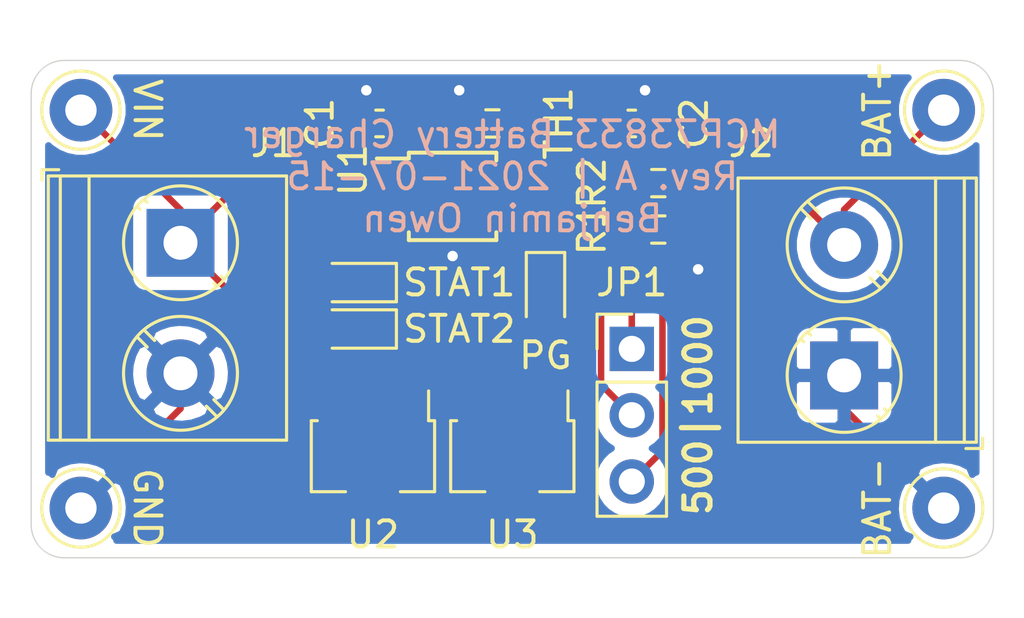
<source format=kicad_pcb>
(kicad_pcb (version 20211014) (generator pcbnew)
  (title_block (title "MCP73833 Battery Charger") (date "2021-07-15") (rev "A") (company "Ben's Universe Electronics") (comment 1 "Benjamin Owen"))
  (layers (0 "F.Cu" signal) (31 "B.Cu" signal) (34 "B.Paste" user) (35 "F.Paste" user) (36 "B.SilkS" user "B.Silkscreen") (37 "F.SilkS" user "F.Silkscreen") (38 "B.Mask" user) (39 "F.Mask" user) (44 "Edge.Cuts" user))
  (net 0 "")
  (net 1 "GND")
  (net 2 "VIN")
  (net 3 "VOUT")
  (net 4 "Net-(JP1-Pad3)")
  (net 5 "Net-(JP1-Pad2)")
  (net 6 "Net-(JP1-Pad1)")
  (net 7 "Net-(LED1-Pad2)")
  (net 8 "Net-(LED1-Pad1)")
  (net 9 "Net-(LED2-Pad1)")
  (net 10 "Net-(LED3-Pad2)")
  (net 11 "Net-(LED3-Pad1)")
  (net 12 "Net-(TH1-Pad2)")
  (net 13 "Net-(U2-Pad3)")
  (net 14 "Net-(U3-Pad3)")
  (footprint "Capacitor_SMD:C_0603_1608Metric_Pad1.08x0.95mm_HandSolder" (layer "F.Cu") (at 136.652 92.964 180)
    (fp_text reference "C1" (at 2.286 0 270) (layer "F.SilkS"))
    (fp_text value "1uF")
    (fp_line (start -0.146267 0.51) (end 0.146267 0.51) (layer "F.SilkS") (width 0.12))
    (fp_line (start -0.146267 -0.51) (end 0.146267 -0.51) (layer "F.SilkS") (width 0.12))
    (pad "1" smd roundrect locked (at -0.8625 0 180) (size 1.075 0.95) (layers "F.Cu" "F.Paste" "F.Mask") (net 2 "VIN"))
    (pad "2" smd roundrect locked (at 0.8625 0 180) (size 1.075 0.95) (layers "F.Cu" "F.Paste" "F.Mask") (net 1 "GND"))
  )
  (footprint "TerminalBlock_Phoenix:TerminalBlock_Phoenix_PT-1,5-2-5.0-H_1x02_P5.00mm_Horizontal" (layer "F.Cu") (at 129.032 97.536 -90)
    (fp_text reference "J1" (at -3.81 -3.556 180) (layer "F.SilkS"))
    (fp_text value "Screw terminal")
    (fp_line (start -2.56 4.6) (end 7.56 4.6) (layer "F.SilkS") (width 0.12))
    (fp_line (start -1.548 1.281) (end -1.654 1.388) (layer "F.SilkS") (width 0.12))
    (fp_line (start -2.56 -4.06) (end -2.56 5.06) (layer "F.SilkS") (width 0.12))
    (fp_line (start 7.56 -4.06) (end 7.56 5.06) (layer "F.SilkS") (width 0.12))
    (fp_line (start -2.56 5.06) (end 7.56 5.06) (layer "F.SilkS") (width 0.12))
    (fp_line (start 3.742 0.992) (end 3.347 1.388) (layer "F.SilkS") (width 0.12))
    (fp_line (start -2.56 -4.06) (end 7.56 -4.06) (layer "F.SilkS") (width 0.12))
    (fp_line (start -2.8 5.3) (end -2.4 5.3) (layer "F.SilkS") (width 0.12))
    (fp_line (start 1.388 -1.654) (end 1.281 -1.547) (layer "F.SilkS") (width 0.12))
    (fp_line (start 6.654 -1.388) (end 6.259 -0.992) (layer "F.SilkS") (width 0.12))
    (fp_line (start -2.8 4.66) (end -2.8 5.3) (layer "F.SilkS") (width 0.12))
    (fp_line (start 6.388 -1.654) (end 6.008 -1.274) (layer "F.SilkS") (width 0.12))
    (fp_line (start -1.282 1.547) (end -1.388 1.654) (layer "F.SilkS") (width 0.12))
    (fp_line (start 1.654 -1.388) (end 1.547 -1.281) (layer "F.SilkS") (width 0.12))
    (fp_line (start -2.56 3.5) (end 7.56 3.5) (layer "F.SilkS") (width 0.12))
    (fp_line (start 3.993 1.274) (end 3.613 1.654) (layer "F.SilkS") (width 0.12))
    (fp_circle (center 5 0) (end 7.18 0) (layer "F.SilkS") (width 0.12) (fill none))
    (fp_circle (center 0 0) (end 2.18 0) (layer "F.SilkS") (width 0.12) (fill none))
    (pad "1" thru_hole rect locked (at 0 0 270) (size 2.6 2.6) (drill 1.3) (layers *.Cu *.Mask) (net 2 "VIN"))
    (pad "2" thru_hole circle locked (at 5 0 270) (size 2.6 2.6) (drill 1.3) (layers *.Cu *.Mask) (net 1 "GND"))
  )
  (footprint "Connector_Pin:Pin_D1.0mm_L10.0mm_LooseFit" (layer "F.Cu") (at 125.222 92.456 90)
    (fp_text reference "VIN" (at 0 2.54 270 unlocked) (layer "F.SilkS"))
    (fp_text value "Pin header")
    (fp_circle (center 0 0) (end 1.5 0.05) (layer "F.SilkS") (width 0.12) (fill none))
    (pad "1" thru_hole circle locked (at 0 0 90) (size 2.4 2.4) (drill 1.2) (layers *.Cu *.Mask) (net 2 "VIN"))
  )
  (footprint "Connector_Pin:Pin_D1.0mm_L10.0mm_LooseFit" (layer "F.Cu") (at 125.222 107.696 90)
    (fp_text reference "GND" (at 0 2.54 270 unlocked) (layer "F.SilkS"))
    (fp_text value "Pin header")
    (fp_circle (center 0 0) (end 1.5 0.05) (layer "F.SilkS") (width 0.12) (fill none))
    (pad "1" thru_hole circle locked (at 0 0 90) (size 2.4 2.4) (drill 1.2) (layers *.Cu *.Mask) (net 1 "GND"))
  )
  (footprint "Connector_Pin:Pin_D1.0mm_L10.0mm_LooseFit" (layer "F.Cu") (at 158.242 92.456 -90)
    (fp_text reference "BAT+" (at 0 2.54 90) (layer "F.SilkS"))
    (fp_text value "Pin header")
    (fp_circle (center 0 0) (end 1.5 0.05) (layer "F.SilkS") (width 0.12) (fill none))
    (pad "1" thru_hole circle locked (at 0 0 270) (size 2.4 2.4) (drill 1.2) (layers *.Cu *.Mask) (net 3 "VOUT"))
  )
  (footprint "Connector_Pin:Pin_D1.0mm_L10.0mm_LooseFit" (layer "F.Cu") (at 158.242 107.696 -90)
    (fp_text reference "BAT-" (at 0 2.54 90) (layer "F.SilkS"))
    (fp_text value "Pin header")
    (fp_circle (center 0 0) (end 1.5 0.05) (layer "F.SilkS") (width 0.12) (fill none))
    (pad "1" thru_hole circle locked (at 0 0 270) (size 2.4 2.4) (drill 1.2) (layers *.Cu *.Mask) (net 1 "GND"))
  )
  (footprint "Connector_PinHeader_2.54mm:PinHeader_1x03_P2.54mm_Vertical" (layer "F.Cu") (at 146.304 101.6)
    (fp_text reference "JP1" (at 0 -2.54) (layer "F.SilkS"))
    (fp_text value "ISEL")
    (fp_line (start 1.33 1.27) (end 1.33 6.41) (layer "F.SilkS") (width 0.12))
    (fp_line (start -1.33 -1.33) (end 0 -1.33) (layer "F.SilkS") (width 0.12))
    (fp_line (start -1.33 6.41) (end 1.33 6.41) (layer "F.SilkS") (width 0.12))
    (fp_line (start -1.33 1.27) (end -1.33 6.41) (layer "F.SilkS") (width 0.12))
    (fp_line (start -1.33 0) (end -1.33 -1.33) (layer "F.SilkS") (width 0.12))
    (fp_line (start -1.33 1.27) (end 1.33 1.27) (layer "F.SilkS") (width 0.12))
    (pad "1" thru_hole rect locked (at 0 0) (size 1.7 1.7) (drill 1) (layers *.Cu *.Mask) (net 6 "Net-(JP1-Pad1)"))
    (pad "2" thru_hole oval locked (at 0 2.54) (size 1.7 1.7) (drill 1) (layers *.Cu *.Mask) (net 5 "Net-(JP1-Pad2)"))
    (pad "3" thru_hole oval locked (at 0 5.08) (size 1.7 1.7) (drill 1) (layers *.Cu *.Mask) (net 4 "Net-(JP1-Pad3)"))
  )
  (footprint "LED_SMD:LED_0603_1608Metric_Pad1.05x0.95mm_HandSolder" (layer "F.Cu") (at 135.636 99.06 180)
    (fp_text reference "STAT1" (at -4.064 0 180) (layer "F.SilkS"))
    (fp_text value "RED")
    (fp_line (start -1.66 -0.735) (end -1.66 0.735) (layer "F.SilkS") (width 0.12))
    (fp_line (start 0.8 -0.735) (end -1.66 -0.735) (layer "F.SilkS") (width 0.12))
    (fp_line (start -1.66 0.735) (end 0.8 0.735) (layer "F.SilkS") (width 0.12))
    (pad "1" smd roundrect locked (at -0.875 0 180) (size 1.05 0.95) (layers "F.Cu" "F.Paste" "F.Mask") (net 8 "Net-(LED1-Pad1)"))
    (pad "2" smd roundrect locked (at 0.875 0 180) (size 1.05 0.95) (layers "F.Cu" "F.Paste" "F.Mask") (net 7 "Net-(LED1-Pad2)"))
  )
  (footprint "LED_SMD:LED_0603_1608Metric_Pad1.05x0.95mm_HandSolder" (layer "F.Cu") (at 135.636 100.838 180)
    (fp_text reference "STAT2" (at -4.064 0) (layer "F.SilkS"))
    (fp_text value "GREEN")
    (fp_line (start -1.66 -0.735) (end -1.66 0.735) (layer "F.SilkS") (width 0.12))
    (fp_line (start 0.8 -0.735) (end -1.66 -0.735) (layer "F.SilkS") (width 0.12))
    (fp_line (start -1.66 0.735) (end 0.8 0.735) (layer "F.SilkS") (width 0.12))
    (pad "1" smd roundrect locked (at -0.875 0 180) (size 1.05 0.95) (layers "F.Cu" "F.Paste" "F.Mask") (net 9 "Net-(LED2-Pad1)"))
    (pad "2" smd roundrect locked (at 0.875 0 180) (size 1.05 0.95) (layers "F.Cu" "F.Paste" "F.Mask") (net 7 "Net-(LED1-Pad2)"))
  )
  (footprint "LED_SMD:LED_0603_1608Metric_Pad1.05x0.95mm_HandSolder" (layer "F.Cu") (at 143.002 99.568 -90)
    (fp_text reference "PG" (at 2.286 0 180) (layer "F.SilkS"))
    (fp_text value "GREEN")
    (fp_line (start 0.8 -0.735) (end -1.66 -0.735) (layer "F.SilkS") (width 0.12))
    (fp_line (start -1.66 -0.735) (end -1.66 0.735) (layer "F.SilkS") (width 0.12))
    (fp_line (start -1.66 0.735) (end 0.8 0.735) (layer "F.SilkS") (width 0.12))
    (pad "1" smd roundrect locked (at -0.875 0 270) (size 1.05 0.95) (layers "F.Cu" "F.Paste" "F.Mask") (net 11 "Net-(LED3-Pad1)"))
    (pad "2" smd roundrect locked (at 0.875 0 270) (size 1.05 0.95) (layers "F.Cu" "F.Paste" "F.Mask") (net 10 "Net-(LED3-Pad2)"))
  )
  (footprint "Resistor_SMD:R_0603_1608Metric_Pad0.98x0.95mm_HandSolder" (layer "F.Cu") (at 147.32 97.028)
    (fp_text reference "R1" (at -2.54 0 270) (layer "F.SilkS"))
    (fp_text value "1K")
    (fp_line (start -0.254724 0.5225) (end 0.254724 0.5225) (layer "F.SilkS") (width 0.12))
    (fp_line (start -0.254724 -0.5225) (end 0.254724 -0.5225) (layer "F.SilkS") (width 0.12))
    (pad "1" smd roundrect locked (at -0.9125 0) (size 0.975 0.95) (layers "F.Cu" "F.Paste" "F.Mask") (net 6 "Net-(JP1-Pad1)"))
    (pad "2" smd roundrect locked (at 0.9125 0) (size 0.975 0.95) (layers "F.Cu" "F.Paste" "F.Mask") (net 1 "GND"))
  )
  (footprint "Resistor_SMD:R_0603_1608Metric_Pad0.98x0.95mm_HandSolder" (layer "F.Cu") (at 147.32 95.25)
    (fp_text reference "R2" (at -2.54 0 270) (layer "F.SilkS"))
    (fp_text value "2K")
    (fp_line (start -0.254724 -0.5225) (end 0.254724 -0.5225) (layer "F.SilkS") (width 0.12))
    (fp_line (start -0.254724 0.5225) (end 0.254724 0.5225) (layer "F.SilkS") (width 0.12))
    (pad "1" smd roundrect locked (at -0.9125 0) (size 0.975 0.95) (layers "F.Cu" "F.Paste" "F.Mask") (net 4 "Net-(JP1-Pad3)"))
    (pad "2" smd roundrect locked (at 0.9125 0) (size 0.975 0.95) (layers "F.Cu" "F.Paste" "F.Mask") (net 1 "GND"))
  )
  (footprint "Resistor_SMD:R_0603_1608Metric_Pad0.98x0.95mm_HandSolder" (layer "F.Cu") (at 140.97 92.964)
    (fp_text reference "TH1" (at 2.54 0 270) (layer "F.SilkS"))
    (fp_text value "10K")
    (fp_line (start -0.254724 0.5225) (end 0.254724 0.5225) (layer "F.SilkS") (width 0.12))
    (fp_line (start -0.254724 -0.5225) (end 0.254724 -0.5225) (layer "F.SilkS") (width 0.12))
    (pad "1" smd roundrect locked (at -0.9125 0) (size 0.975 0.95) (layers "F.Cu" "F.Paste" "F.Mask") (net 1 "GND"))
    (pad "2" smd roundrect locked (at 0.9125 0) (size 0.975 0.95) (layers "F.Cu" "F.Paste" "F.Mask") (net 12 "Net-(TH1-Pad2)"))
  )
  (footprint "Package_SO:MSOP-10_3x3mm_P0.5mm" (layer "F.Cu") (at 139.446 95.758)
    (fp_text reference "U1" (at -3.81 -1.016 90) (layer "F.SilkS"))
    (fp_text value "MCP73833")
    (fp_line (start 1.675 1.675) (end 1.675 1.375) (layer "F.SilkS") (width 0.15))
    (fp_line (start -1.675 -1.45) (end -2.9 -1.45) (layer "F.SilkS") (width 0.15))
    (fp_line (start 1.675 -1.675) (end 1.675 -1.375) (layer "F.SilkS") (width 0.15))
    (fp_line (start -1.675 1.675) (end -1.675 1.375) (layer "F.SilkS") (width 0.15))
    (fp_line (start -1.675 -1.675) (end 1.675 -1.675) (layer "F.SilkS") (width 0.15))
    (fp_line (start -1.675 1.675) (end 1.675 1.675) (layer "F.SilkS") (width 0.15))
    (fp_line (start -1.675 -1.675) (end -1.675 -1.45) (layer "F.SilkS") (width 0.15))
    (pad "1" smd rect locked (at -2.2 -1) (size 1.4 0.3) (layers "F.Cu" "F.Paste" "F.Mask") (net 2 "VIN"))
    (pad "2" smd rect locked (at -2.2 -0.5) (size 1.4 0.3) (layers "F.Cu" "F.Paste" "F.Mask") (net 2 "VIN"))
    (pad "3" smd rect locked (at -2.2 0) (size 1.4 0.3) (layers "F.Cu" "F.Paste" "F.Mask") (net 8 "Net-(LED1-Pad1)"))
    (pad "4" smd rect locked (at -2.2 0.5) (size 1.4 0.3) (layers "F.Cu" "F.Paste" "F.Mask") (net 9 "Net-(LED2-Pad1)"))
    (pad "5" smd rect locked (at -2.2 1) (size 1.4 0.3) (layers "F.Cu" "F.Paste" "F.Mask") (net 1 "GND"))
    (pad "6" smd rect locked (at 2.2 1) (size 1.4 0.3) (layers "F.Cu" "F.Paste" "F.Mask") (net 5 "Net-(JP1-Pad2)"))
    (pad "7" smd rect locked (at 2.2 0.5) (size 1.4 0.3) (layers "F.Cu" "F.Paste" "F.Mask") (net 11 "Net-(LED3-Pad1)"))
    (pad "8" smd rect locked (at 2.2 0) (size 1.4 0.3) (layers "F.Cu" "F.Paste" "F.Mask") (net 12 "Net-(TH1-Pad2)"))
    (pad "9" smd rect locked (at 2.2 -0.5) (size 1.4 0.3) (layers "F.Cu" "F.Paste" "F.Mask") (net 3 "VOUT"))
    (pad "10" smd rect locked (at 2.2 -1) (size 1.4 0.3) (layers "F.Cu" "F.Paste" "F.Mask") (net 3 "VOUT"))
  )
  (footprint "Package_TO_SOT_SMD:SOT-89-3" (layer "F.Cu") (at 136.398 105.41 -90)
    (fp_text reference "U2" (at 3.302 0) (layer "F.SilkS"))
    (fp_text value "CL2N8-G")
    (fp_line (start -1.06 2.36) (end -1.06 2.13) (layer "F.SilkS") (width 0.12))
    (fp_line (start -1.06 -2.36) (end -1.06 -2.13) (layer "F.SilkS") (width 0.12))
    (fp_line (start -2.2 -2.13) (end -1.06 -2.13) (layer "F.SilkS") (width 0.12))
    (fp_line (start 1.66 1.05) (end 1.66 2.36) (layer "F.SilkS") (width 0.12))
    (fp_line (start 1.66 2.36) (end -1.06 2.36) (layer "F.SilkS") (width 0.12))
    (fp_line (start 1.66 -2.36) (end 1.66 -1.05) (layer "F.SilkS") (width 0.12))
    (fp_line (start -1.06 -2.36) (end 1.66 -2.36) (layer "F.SilkS") (width 0.12))
    (pad "1" smd rect locked (at -1.65 -1.5 270) (size 1.3 0.9) (layers "F.Cu" "F.Paste" "F.Mask") (net 7 "Net-(LED1-Pad2)"))
    (pad "2" smd custom locked (at -1.5625 0 270) (size 1.475 0.9) (layers "F.Cu" "F.Paste" "F.Mask") (net 2 "VIN") (options (clearance outline) (anchor rect)) (primitives (gr_poly (pts (xy 3.8625 0.8665) (xy 0.7375 0.8665) (xy 0.7375 -0.8665) (xy 3.8625 -0.8665)) (width 0) (fill yes))))
    (pad "3" smd rect locked (at -1.65 1.5 270) (size 1.3 0.9) (layers "F.Cu" "F.Paste" "F.Mask") (net 13 "Net-(U2-Pad3)"))
  )
  (footprint "Package_TO_SOT_SMD:SOT-89-3" (layer "F.Cu") (at 141.732 105.41 -90)
    (fp_text reference "U3" (at 3.302 0) (layer "F.SilkS"))
    (fp_text value "CL2N8-G")
    (fp_line (start -1.06 2.36) (end -1.06 2.13) (layer "F.SilkS") (width 0.12))
    (fp_line (start -2.2 -2.13) (end -1.06 -2.13) (layer "F.SilkS") (width 0.12))
    (fp_line (start -1.06 -2.36) (end 1.66 -2.36) (layer "F.SilkS") (width 0.12))
    (fp_line (start 1.66 2.36) (end -1.06 2.36) (layer "F.SilkS") (width 0.12))
    (fp_line (start 1.66 1.05) (end 1.66 2.36) (layer "F.SilkS") (width 0.12))
    (fp_line (start 1.66 -2.36) (end 1.66 -1.05) (layer "F.SilkS") (width 0.12))
    (fp_line (start -1.06 -2.36) (end -1.06 -2.13) (layer "F.SilkS") (width 0.12))
    (pad "1" smd rect locked (at -1.65 -1.5 270) (size 1.3 0.9) (layers "F.Cu" "F.Paste" "F.Mask") (net 10 "Net-(LED3-Pad2)"))
    (pad "2" smd custom locked (at -1.5625 0 270) (size 1.475 0.9) (layers "F.Cu" "F.Paste" "F.Mask") (net 2 "VIN") (options (clearance outline) (anchor rect)) (primitives (gr_poly (pts (xy 3.8625 0.8665) (xy 0.7375 0.8665) (xy 0.7375 -0.8665) (xy 3.8625 -0.8665)) (width 0) (fill yes))))
    (pad "3" smd rect locked (at -1.65 1.5 270) (size 1.3 0.9) (layers "F.Cu" "F.Paste" "F.Mask") (net 14 "Net-(U3-Pad3)"))
  )
  (footprint "Capacitor_SMD:C_0603_1608Metric_Pad1.08x0.95mm_HandSolder" (layer "F.Cu") (at 146.304 92.964)
    (fp_text reference "C2" (at 2.3865 0 270) (layer "F.SilkS"))
    (fp_text value "1uF")
    (fp_line (start -0.146267 -0.51) (end 0.146267 -0.51) (layer "F.SilkS") (width 0.12))
    (fp_line (start -0.146267 0.51) (end 0.146267 0.51) (layer "F.SilkS") (width 0.12))
    (pad "1" smd roundrect locked (at -0.8625 0) (size 1.075 0.95) (layers "F.Cu" "F.Paste" "F.Mask") (net 3 "VOUT"))
    (pad "2" smd roundrect locked (at 0.8625 0) (size 1.075 0.95) (layers "F.Cu" "F.Paste" "F.Mask") (net 1 "GND"))
  )
  (footprint "TerminalBlock_Phoenix:TerminalBlock_Phoenix_PT-1,5-2-5.0-H_1x02_P5.00mm_Horizontal" (layer "F.Cu") (at 154.432 102.616 90)
    (fp_text reference "J2" (at 8.89 -3.556 180) (layer "F.SilkS"))
    (fp_text value "Screw terminal")
    (fp_line (start -2.56 -4.06) (end 7.56 -4.06) (layer "F.SilkS") (width 0.12))
    (fp_line (start 6.388 -1.654) (end 6.008 -1.274) (layer "F.SilkS") (width 0.12))
    (fp_line (start -2.56 3.5) (end 7.56 3.5) (layer "F.SilkS") (width 0.12))
    (fp_line (start 3.742 0.992) (end 3.347 1.388) (layer "F.SilkS") (width 0.12))
    (fp_line (start -2.8 5.3) (end -2.4 5.3) (layer "F.SilkS") (width 0.12))
    (fp_line (start -2.56 5.06) (end 7.56 5.06) (layer "F.SilkS") (width 0.12))
    (fp_line (start 3.993 1.274) (end 3.613 1.654) (layer "F.SilkS") (width 0.12))
    (fp_line (start -1.548 1.281) (end -1.654 1.388) (layer "F.SilkS") (width 0.12))
    (fp_line (start 6.654 -1.388) (end 6.259 -0.992) (layer "F.SilkS") (width 0.12))
    (fp_line (start 1.654 -1.388) (end 1.547 -1.281) (layer "F.SilkS") (width 0.12))
    (fp_line (start -2.56 -4.06) (end -2.56 5.06) (layer "F.SilkS") (width 0.12))
    (fp_line (start -2.56 4.6) (end 7.56 4.6) (layer "F.SilkS") (width 0.12))
    (fp_line (start 1.388 -1.654) (end 1.281 -1.547) (layer "F.SilkS") (width 0.12))
    (fp_line (start -2.8 4.66) (end -2.8 5.3) (layer "F.SilkS") (width 0.12))
    (fp_line (start 7.56 -4.06) (end 7.56 5.06) (layer "F.SilkS") (width 0.12))
    (fp_line (start -1.282 1.547) (end -1.388 1.654) (layer "F.SilkS") (width 0.12))
    (fp_circle (center 5 0) (end 7.18 0) (layer "F.SilkS") (width 0.12) (fill none))
    (fp_circle (center 0 0) (end 2.18 0) (layer "F.SilkS") (width 0.12) (fill none))
    (pad "1" thru_hole rect locked (at 0 0 90) (size 2.6 2.6) (drill 1.3) (layers *.Cu *.Mask) (net 1 "GND"))
    (pad "2" thru_hole circle locked (at 5 0 90) (size 2.6 2.6) (drill 1.3) (layers *.Cu *.Mask) (net 3 "VOUT"))
  )
  (gr_line (start 123.317 108.331) (end 123.317 91.821) (layer "Edge.Cuts") (width 0.05))
  (gr_line (start 124.587 90.551) (end 158.877 90.551) (layer "Edge.Cuts") (width 0.05))
  (gr_arc (start 158.877 90.551) (mid 159.775026 90.922974) (end 160.147 91.821) (layer "Edge.Cuts") (width 0.05))
  (gr_arc (start 123.317 91.821) (mid 123.688974 90.922974) (end 124.587 90.551) (layer "Edge.Cuts") (width 0.05))
  (gr_line (start 160.147 108.331) (end 160.147 91.821) (layer "Edge.Cuts") (width 0.05))
  (gr_line (start 158.877 109.601) (end 124.587 109.601) (layer "Edge.Cuts") (width 0.05))
  (gr_arc (start 124.587 109.601) (mid 123.688974 109.229026) (end 123.317 108.331) (layer "Edge.Cuts") (width 0.05))
  (gr_arc (start 160.147 108.331) (mid 159.775026 109.229026) (end 158.877 109.601) (layer "Edge.Cuts") (width 0.05))
  (gr_text "MCP73833 Battery Charger\nRev. A | 2021-07-15\nBenjamin Owen" (at 141.732 94.996) (layer "B.SilkS") (effects (font (size 1 1)) (justify mirror)))
  (gr_text "500|1000" (at 148.844 104.14 90) (layer "F.SilkS") (effects (font (size 1 1) (thickness 0.2))))
  (segment (start 154.432 103.886) (end 154.432 102.616) (width 0.25) (layer "F.Cu") (net 1))
  (segment (start 138.16 96.758) (end 139.446 98.044) (width 0.25) (layer "F.Cu") (net 1))
  (segment (start 147.1665 92.0485) (end 146.812 91.694) (width 0.25) (layer "F.Cu") (net 1))
  (segment (start 148.2325 95.25) (end 148.2325 97.028) (width 0.25) (layer "F.Cu") (net 1))
  (segment (start 129.032 103.886) (end 129.032 102.536) (width 0.25) (layer "F.Cu") (net 1))
  (segment (start 148.2325 97.028) (end 148.2325 97.9405) (width 0.25) (layer "F.Cu") (net 1))
  (segment (start 135.7895 92.0485) (end 136.144 91.694) (width 0.25) (layer "F.Cu") (net 1))
  (segment (start 158.242 107.696) (end 154.432 103.886) (width 0.25) (layer "F.Cu") (net 1))
  (segment (start 137.246 96.758) (end 138.16 96.758) (width 0.25) (layer "F.Cu") (net 1))
  (segment (start 140.0575 92.0515) (end 139.7 91.694) (width 0.25) (layer "F.Cu") (net 1))
  (segment (start 135.7895 92.964) (end 135.7895 92.0485) (width 0.25) (layer "F.Cu") (net 1))
  (segment (start 140.0575 92.964) (end 140.0575 92.0515) (width 0.25) (layer "F.Cu") (net 1))
  (segment (start 148.2325 97.9405) (end 148.844 98.552) (width 0.25) (layer "F.Cu") (net 1))
  (segment (start 125.222 107.696) (end 129.032 103.886) (width 0.25) (layer "F.Cu") (net 1))
  (segment (start 147.1665 92.964) (end 147.1665 92.0485) (width 0.25) (layer "F.Cu") (net 1))
  (via (at 139.446 98.044) (size 0.8) (drill 0.4) (layers "F.Cu" "B.Cu") (net 1))
  (via (at 146.812 91.694) (size 0.8) (drill 0.4) (layers "F.Cu" "B.Cu") (net 1))
  (via (at 139.7 91.694) (size 0.8) (drill 0.4) (layers "F.Cu" "B.Cu") (net 1))
  (via (at 148.844 98.552) (size 0.8) (drill 0.4) (layers "F.Cu" "B.Cu") (net 1))
  (via (at 136.144 91.694) (size 0.8) (drill 0.4) (layers "F.Cu" "B.Cu") (net 1))
  (segment (start 137.246 94.758) (end 131.81 94.758) (width 0.25) (layer "F.Cu") (net 2))
  (segment (start 131.81 94.758) (end 129.032 97.536) (width 0.25) (layer "F.Cu") (net 2))
  (segment (start 137.246 94.758) (end 137.246 95.258) (width 0.25) (layer "F.Cu") (net 2))
  (segment (start 137.246 93.2325) (end 137.5145 92.964) (width 0.25) (layer "F.Cu") (net 2))
  (segment (start 125.222 92.456) (end 129.032 96.266) (width 0.25) (layer "F.Cu") (net 2))
  (segment (start 136.398 103.8475) (end 136.398 103.11) (width 0.25) (layer "F.Cu") (net 2))
  (segment (start 137.285501 104.735001) (end 136.398 103.8475) (width 0.25) (layer "F.Cu") (net 2))
  (segment (start 134.92601 101.63801) (end 133.13401 101.63801) (width 0.25) (layer "F.Cu") (net 2))
  (segment (start 140.844499 104.735001) (end 137.285501 104.735001) (width 0.25) (layer "F.Cu") (net 2))
  (segment (start 129.032 96.266) (end 129.032 97.536) (width 0.25) (layer "F.Cu") (net 2))
  (segment (start 136.398 103.11) (end 134.92601 101.63801) (width 0.25) (layer "F.Cu") (net 2))
  (segment (start 133.13401 101.63801) (end 129.032 97.536) (width 0.25) (layer "F.Cu") (net 2))
  (segment (start 137.246 94.758) (end 137.246 93.2325) (width 0.25) (layer "F.Cu") (net 2))
  (segment (start 137.246 95.258) (end 131.31 95.258) (width 0.25) (layer "F.Cu") (net 2))
  (segment (start 131.31 95.258) (end 129.032 97.536) (width 0.25) (layer "F.Cu") (net 2))
  (segment (start 141.732 103.8475) (end 140.844499 104.735001) (width 0.25) (layer "F.Cu") (net 2))
  (segment (start 143.1475 95.258) (end 145.4415 92.964) (width 0.25) (layer "F.Cu") (net 3))
  (segment (start 154.432 97.616) (end 151.26599 94.44999) (width 0.25) (layer "F.Cu") (net 3))
  (segment (start 143.6475 94.758) (end 145.4415 92.964) (width 0.25) (layer "F.Cu") (net 3))
  (segment (start 146.92749 94.44999) (end 145.4415 92.964) (width 0.25) (layer "F.Cu") (net 3))
  (segment (start 141.646 95.258) (end 143.1475 95.258) (width 0.25) (layer "F.Cu") (net 3))
  (segment (start 151.26599 94.44999) (end 146.92749 94.44999) (width 0.25) (layer "F.Cu") (net 3))
  (segment (start 154.432 96.266) (end 154.432 97.616) (width 0.25) (layer "F.Cu") (net 3))
  (segment (start 141.646 95.258) (end 141.646 94.758) (width 0.25) (layer "F.Cu") (net 3))
  (segment (start 158.242 92.456) (end 154.432 96.266) (width 0.25) (layer "F.Cu") (net 3))
  (segment (start 141.646 94.758) (end 143.6475 94.758) (width 0.25) (layer "F.Cu") (net 3))
  (segment (start 147.479001 105.504999) (end 147.479001 98.457001) (width 0.25) (layer "F.Cu") (net 4))
  (segment (start 147.22001 96.06251) (end 146.4075 95.25) (width 0.25) (layer "F.Cu") (net 4))
  (segment (start 147.22001 98.19801) (end 147.22001 96.06251) (width 0.25) (layer "F.Cu") (net 4))
  (segment (start 146.304 106.68) (end 147.479001 105.504999) (width 0.25) (layer "F.Cu") (net 4))
  (segment (start 147.479001 98.457001) (end 147.22001 98.19801) (width 0.25) (layer "F.Cu") (net 4))
  (segment (start 141.646 96.758) (end 142.596 96.758) (width 0.25) (layer "F.Cu") (net 5))
  (segment (start 145.128999 99.290999) (end 145.128999 102.964999) (width 0.25) (layer "F.Cu") (net 5))
  (segment (start 145.128999 102.964999) (end 146.304 104.14) (width 0.25) (layer "F.Cu") (net 5))
  (segment (start 142.596 96.758) (end 145.128999 99.290999) (width 0.25) (layer "F.Cu") (net 5))
  (segment (start 146.304 101.6) (end 146.304 97.1315) (width 0.25) (layer "F.Cu") (net 6))
  (segment (start 146.304 97.1315) (end 146.4075 97.028) (width 0.25) (layer "F.Cu") (net 6))
  (segment (start 134.761 99.06) (end 134.761 100.838) (width 0.25) (layer "F.Cu") (net 7))
  (segment (start 137.898 103.76) (end 137.898 103.56) (width 0.25) (layer "F.Cu") (net 7))
  (segment (start 135.176 100.838) (end 134.761 100.838) (width 0.25) (layer "F.Cu") (net 7))
  (segment (start 137.898 103.56) (end 135.176 100.838) (width 0.25) (layer "F.Cu") (net 7))
  (segment (start 136.511 99.06) (end 135.986 99.06) (width 0.25) (layer "F.Cu") (net 8))
  (segment (start 135.77099 96.161598) (end 136.174588 95.758) (width 0.25) (layer "F.Cu") (net 8))
  (segment (start 135.770989 98.844989) (end 135.77099 96.161598) (width 0.25) (layer "F.Cu") (net 8))
  (segment (start 136.174588 95.758) (end 137.246 95.758) (width 0.25) (layer "F.Cu") (net 8))
  (segment (start 135.986 99.06) (end 135.770989 98.844989) (width 0.25) (layer "F.Cu") (net 8))
  (segment (start 136.220999 96.347999) (end 136.310998 96.258) (width 0.25) (layer "F.Cu") (net 9))
  (segment (start 137.36101 98.308012) (end 136.220999 97.168001) (width 0.25) (layer "F.Cu") (net 9))
  (segment (start 137.36101 99.98799) (end 137.36101 98.308012) (width 0.25) (layer "F.Cu") (net 9))
  (segment (start 136.310998 96.258) (end 137.246 96.258) (width 0.25) (layer "F.Cu") (net 9))
  (segment (start 136.220999 97.168001) (end 136.220999 96.347999) (width 0.25) (layer "F.Cu") (net 9))
  (segment (start 136.511 100.838) (end 137.36101 99.98799) (width 0.25) (layer "F.Cu") (net 9))
  (segment (start 143.232 103.76) (end 143.232 100.673) (width 0.25) (layer "F.Cu") (net 10))
  (segment (start 143.232 100.673) (end 143.002 100.443) (width 0.25) (layer "F.Cu") (net 10))
  (segment (start 140.620999 97.168001) (end 142.145998 98.693) (width 0.25) (layer "F.Cu") (net 11))
  (segment (start 141.646 96.258) (end 140.696 96.258) (width 0.25) (layer "F.Cu") (net 11))
  (segment (start 140.620999 96.333001) (end 140.620999 97.168001) (width 0.25) (layer "F.Cu") (net 11))
  (segment (start 142.145998 98.693) (end 143.002 98.693) (width 0.25) (layer "F.Cu") (net 11))
  (segment (start 140.696 96.258) (end 140.620999 96.333001) (width 0.25) (layer "F.Cu") (net 11))
  (segment (start 140.620999 94.225501) (end 141.8825 92.964) (width 0.25) (layer "F.Cu") (net 12))
  (segment (start 140.710998 95.758) (end 140.620999 95.668001) (width 0.25) (layer "F.Cu") (net 12))
  (segment (start 141.646 95.758) (end 140.710998 95.758) (width 0.25) (layer "F.Cu") (net 12))
  (segment (start 140.620999 95.668001) (end 140.620999 94.225501) (width 0.25) (layer "F.Cu") (net 12))
  (zone (net 1) (net_name "GND") (layer "B.Cu") (connect_pads (clearance 0.508)) (min_thickness 0.254) (fill yes (thermal_gap 0.508) (thermal_bridge_width 0.508))
    (polygon (pts (xy 159.766 109.22) (xy 123.698 109.22) (xy 123.698 90.932) (xy 159.766 90.932)))
  )
)
</source>
